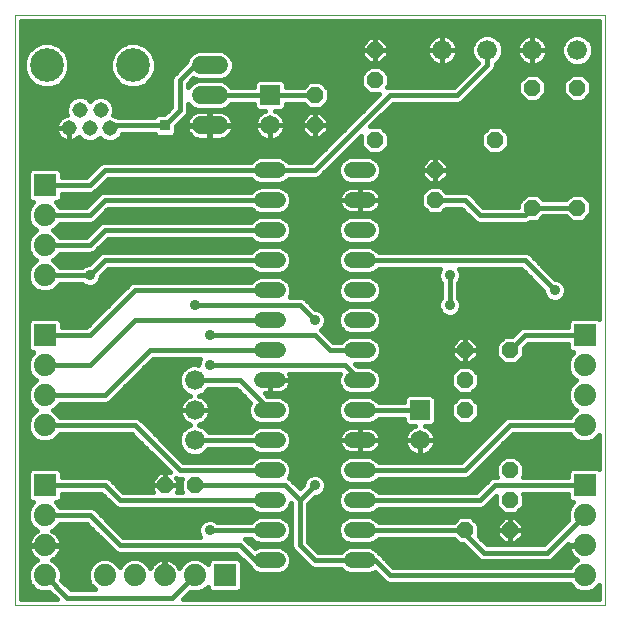
<source format=gbl>
G75*
G70*
%OFA0B0*%
%FSLAX24Y24*%
%IPPOS*%
%LPD*%
%AMOC8*
5,1,8,0,0,1.08239X$1,22.5*
%
%ADD10C,0.0000*%
%ADD11C,0.0520*%
%ADD12OC8,0.0520*%
%ADD13C,0.0660*%
%ADD14R,0.0650X0.0650*%
%ADD15C,0.0650*%
%ADD16C,0.0600*%
%ADD17C,0.0515*%
%ADD18C,0.1122*%
%ADD19R,0.0740X0.0740*%
%ADD20C,0.0740*%
%ADD21C,0.0160*%
%ADD22C,0.0356*%
%ADD23R,0.0356X0.0356*%
D10*
X000181Y000181D02*
X000181Y019866D01*
X019866Y019866D01*
X019866Y000181D01*
X000181Y000181D01*
D11*
X008421Y001681D02*
X008941Y001681D01*
X008941Y002681D02*
X008421Y002681D01*
X008421Y003681D02*
X008941Y003681D01*
X008941Y004681D02*
X008421Y004681D01*
X008421Y005681D02*
X008941Y005681D01*
X008941Y006681D02*
X008421Y006681D01*
X008421Y007681D02*
X008941Y007681D01*
X008941Y008681D02*
X008421Y008681D01*
X008421Y009681D02*
X008941Y009681D01*
X008941Y010681D02*
X008421Y010681D01*
X008421Y011681D02*
X008941Y011681D01*
X008941Y012681D02*
X008421Y012681D01*
X008421Y013681D02*
X008941Y013681D01*
X008941Y014681D02*
X008421Y014681D01*
X011421Y014681D02*
X011941Y014681D01*
X011941Y013681D02*
X011421Y013681D01*
X011421Y012681D02*
X011941Y012681D01*
X011941Y011681D02*
X011421Y011681D01*
X011421Y010681D02*
X011941Y010681D01*
X011941Y009681D02*
X011421Y009681D01*
X011421Y008681D02*
X011941Y008681D01*
X011941Y007681D02*
X011421Y007681D01*
X011421Y006681D02*
X011941Y006681D01*
X011941Y005681D02*
X011421Y005681D01*
X011421Y004681D02*
X011941Y004681D01*
X011941Y003681D02*
X011421Y003681D01*
X011421Y002681D02*
X011941Y002681D01*
X011941Y001681D02*
X011421Y001681D01*
D12*
X015181Y002681D03*
X016681Y002681D03*
X016681Y003681D03*
X016681Y004681D03*
X015181Y006681D03*
X015181Y007681D03*
X015181Y008681D03*
X016681Y008681D03*
X017431Y013431D03*
X018931Y013431D03*
X016181Y015681D03*
X017431Y017431D03*
X018931Y017431D03*
X014181Y014681D03*
X014181Y013681D03*
X012181Y015681D03*
X012181Y017681D03*
X012181Y018681D03*
X010181Y017181D03*
X010181Y016181D03*
X006181Y004181D03*
X005181Y004181D03*
D13*
X006181Y005681D03*
X006181Y006681D03*
X006181Y007681D03*
X014431Y018681D03*
X015931Y018681D03*
X017431Y018681D03*
X018931Y018681D03*
D14*
X008681Y017181D03*
X013681Y006681D03*
D15*
X013681Y005681D03*
X008681Y016181D03*
D16*
X006981Y016181D02*
X006381Y016181D01*
X006381Y017181D02*
X006981Y017181D01*
X006981Y018181D02*
X006381Y018181D01*
D17*
X003351Y016081D03*
X002681Y016081D03*
X002351Y016701D03*
X001981Y016081D03*
X003041Y016701D03*
D18*
X004118Y018181D03*
X001244Y018181D03*
D19*
X001181Y014181D03*
X001181Y009181D03*
X001181Y004181D03*
X007181Y001181D03*
X019181Y004181D03*
X019181Y009181D03*
D20*
X019181Y008181D03*
X019181Y007181D03*
X019181Y006181D03*
X019181Y003181D03*
X019181Y002181D03*
X019181Y001181D03*
X006181Y001181D03*
X005181Y001181D03*
X004181Y001181D03*
X003181Y001181D03*
X001181Y001181D03*
X001181Y002181D03*
X001181Y003181D03*
X001181Y006181D03*
X001181Y007181D03*
X001181Y008181D03*
X001181Y011181D03*
X001181Y012181D03*
X001181Y013181D03*
D21*
X002681Y013181D01*
X003181Y013681D01*
X008681Y013681D01*
X008330Y013221D02*
X009033Y013221D01*
X009202Y013291D01*
X009331Y013421D01*
X009401Y013590D01*
X009401Y013773D01*
X009331Y013942D01*
X009202Y014071D01*
X009033Y014141D01*
X008330Y014141D01*
X008161Y014071D01*
X008051Y013961D01*
X003126Y013961D01*
X003023Y013919D01*
X002944Y013840D01*
X002565Y013461D01*
X001682Y013461D01*
X001665Y013504D01*
X001557Y013611D01*
X001634Y013611D01*
X001751Y013729D01*
X001751Y013901D01*
X002626Y013901D01*
X002737Y013901D01*
X002840Y013944D01*
X003297Y014401D01*
X008051Y014401D01*
X008161Y014291D01*
X008330Y014221D01*
X009033Y014221D01*
X009202Y014291D01*
X009312Y014401D01*
X010126Y014401D01*
X010237Y014401D01*
X010340Y014444D01*
X011721Y015826D01*
X011721Y015491D01*
X011991Y015221D01*
X012372Y015221D01*
X012641Y015491D01*
X012641Y015872D01*
X012372Y016141D01*
X012037Y016141D01*
X012797Y016901D01*
X014876Y016901D01*
X014987Y016901D01*
X015090Y016944D01*
X016090Y017944D01*
X016169Y018023D01*
X016211Y018126D01*
X016211Y018224D01*
X016232Y018232D01*
X016381Y018381D01*
X016461Y018576D01*
X016461Y018787D01*
X016381Y018982D01*
X016232Y019131D01*
X016037Y019211D01*
X015826Y019211D01*
X015631Y019131D01*
X015482Y018982D01*
X015401Y018787D01*
X015401Y018576D01*
X015482Y018381D01*
X015609Y018255D01*
X014815Y017461D01*
X012737Y017461D01*
X012626Y017461D01*
X012602Y017452D01*
X012641Y017491D01*
X012641Y017872D01*
X012372Y018141D01*
X011991Y018141D01*
X011721Y017872D01*
X011721Y017491D01*
X011991Y017221D01*
X012326Y017221D01*
X010065Y014961D01*
X009312Y014961D01*
X009202Y015071D01*
X009033Y015141D01*
X008330Y015141D01*
X008161Y015071D01*
X008051Y014961D01*
X003126Y014961D01*
X003023Y014919D01*
X002944Y014840D01*
X002565Y014461D01*
X001751Y014461D01*
X001751Y014634D01*
X001634Y014751D01*
X000729Y014751D01*
X000611Y014634D01*
X000611Y013729D01*
X000729Y013611D01*
X000805Y013611D01*
X000698Y013504D01*
X000611Y013295D01*
X000611Y013068D01*
X000698Y012859D01*
X000859Y012698D01*
X000899Y012681D01*
X000859Y012665D01*
X000698Y012504D01*
X000611Y012295D01*
X000611Y012068D01*
X000698Y011859D01*
X000859Y011698D01*
X000899Y011681D01*
X000859Y011665D01*
X000698Y011504D01*
X000611Y011295D01*
X000611Y011068D01*
X000698Y010859D01*
X000859Y010698D01*
X001068Y010611D01*
X001295Y010611D01*
X001504Y010698D01*
X001665Y010859D01*
X001682Y010901D01*
X002427Y010901D01*
X002467Y010861D01*
X002606Y010803D01*
X002757Y010803D01*
X002896Y010861D01*
X003002Y010967D01*
X003059Y011106D01*
X003059Y011164D01*
X003297Y011401D01*
X008051Y011401D01*
X008161Y011291D01*
X008330Y011221D01*
X009033Y011221D01*
X009202Y011291D01*
X009331Y011421D01*
X009401Y011590D01*
X009401Y011773D01*
X009331Y011942D01*
X009202Y012071D01*
X009033Y012141D01*
X008330Y012141D01*
X008161Y012071D01*
X008051Y011961D01*
X003126Y011961D01*
X003023Y011919D01*
X002944Y011840D01*
X002664Y011559D01*
X002606Y011559D01*
X002467Y011502D01*
X002427Y011461D01*
X001682Y011461D01*
X001665Y011504D01*
X001504Y011665D01*
X001464Y011681D01*
X001504Y011698D01*
X001665Y011859D01*
X001682Y011901D01*
X002626Y011901D01*
X002737Y011901D01*
X002840Y011944D01*
X003297Y012401D01*
X008051Y012401D01*
X008161Y012291D01*
X008330Y012221D01*
X009033Y012221D01*
X009202Y012291D01*
X009331Y012421D01*
X009401Y012590D01*
X009401Y012773D01*
X009331Y012942D01*
X009202Y013071D01*
X009033Y013141D01*
X008330Y013141D01*
X008161Y013071D01*
X008051Y012961D01*
X003126Y012961D01*
X003023Y012919D01*
X002944Y012840D01*
X002565Y012461D01*
X001682Y012461D01*
X001665Y012504D01*
X001504Y012665D01*
X001464Y012681D01*
X001504Y012698D01*
X001665Y012859D01*
X001682Y012901D01*
X002626Y012901D01*
X002737Y012901D01*
X002840Y012944D01*
X003297Y013401D01*
X008051Y013401D01*
X008161Y013291D01*
X008330Y013221D01*
X008112Y013341D02*
X003236Y013341D01*
X003078Y013182D02*
X015285Y013182D01*
X015443Y013023D02*
X012250Y013023D01*
X012202Y013071D02*
X012033Y013141D01*
X011330Y013141D01*
X011161Y013071D01*
X011031Y012942D01*
X010961Y012773D01*
X010961Y012590D01*
X011031Y012421D01*
X011161Y012291D01*
X011330Y012221D01*
X012033Y012221D01*
X012202Y012291D01*
X012331Y012421D01*
X012401Y012590D01*
X012401Y012773D01*
X012331Y012942D01*
X012202Y013071D01*
X012110Y013274D02*
X012172Y013305D01*
X012228Y013346D01*
X012277Y013395D01*
X012318Y013451D01*
X012349Y013512D01*
X012371Y013578D01*
X012381Y013647D01*
X012381Y013681D01*
X011682Y013681D01*
X011682Y013682D01*
X011681Y013682D01*
X011681Y014121D01*
X011387Y014121D01*
X011318Y014111D01*
X011252Y014089D01*
X011191Y014058D01*
X011135Y014017D01*
X011086Y013968D01*
X011045Y013912D01*
X011014Y013850D01*
X010992Y013784D01*
X010981Y013716D01*
X010981Y013682D01*
X011681Y013682D01*
X011681Y013681D01*
X011682Y013681D01*
X011682Y013241D01*
X011976Y013241D01*
X012044Y013252D01*
X012110Y013274D01*
X012221Y013341D02*
X013872Y013341D01*
X013991Y013221D02*
X013721Y013491D01*
X013721Y013872D01*
X013991Y014141D01*
X014372Y014141D01*
X014552Y013961D01*
X015126Y013961D01*
X015237Y013961D01*
X015340Y013919D01*
X015797Y013461D01*
X016971Y013461D01*
X016971Y013622D01*
X017241Y013891D01*
X017622Y013891D01*
X017802Y013711D01*
X018561Y013711D01*
X018741Y013891D01*
X019122Y013891D01*
X019391Y013622D01*
X019391Y013241D01*
X019122Y012971D01*
X018741Y012971D01*
X018561Y013151D01*
X017802Y013151D01*
X017622Y012971D01*
X017367Y012971D01*
X017340Y012944D01*
X017237Y012901D01*
X017126Y012901D01*
X015626Y012901D01*
X015523Y012944D01*
X015444Y013023D01*
X015065Y013401D01*
X014552Y013401D01*
X014372Y013221D01*
X013991Y013221D01*
X013721Y013499D02*
X012342Y013499D01*
X012381Y013658D02*
X013721Y013658D01*
X013721Y013816D02*
X012360Y013816D01*
X012371Y013784D02*
X012349Y013850D01*
X012318Y013912D01*
X012277Y013968D01*
X012228Y014017D01*
X012172Y014058D01*
X012110Y014089D01*
X012044Y014111D01*
X011976Y014121D01*
X011682Y014121D01*
X011682Y013682D01*
X012381Y013682D01*
X012381Y013716D01*
X012371Y013784D01*
X012270Y013975D02*
X013824Y013975D01*
X013983Y014133D02*
X009053Y014133D01*
X009202Y014292D02*
X011161Y014292D01*
X011161Y014291D02*
X011330Y014221D01*
X012033Y014221D01*
X012202Y014291D01*
X012331Y014421D01*
X012401Y014590D01*
X012401Y014773D01*
X012331Y014942D01*
X012202Y015071D01*
X012033Y015141D01*
X011330Y015141D01*
X011161Y015071D01*
X011031Y014942D01*
X010961Y014773D01*
X010961Y014590D01*
X011031Y014421D01*
X011161Y014291D01*
X011019Y014450D02*
X010346Y014450D01*
X010505Y014609D02*
X010961Y014609D01*
X010961Y014767D02*
X010663Y014767D01*
X010822Y014926D02*
X011025Y014926D01*
X010980Y015084D02*
X011193Y015084D01*
X011139Y015243D02*
X011969Y015243D01*
X011811Y015402D02*
X011297Y015402D01*
X011456Y015560D02*
X011721Y015560D01*
X011721Y015719D02*
X011615Y015719D01*
X011140Y016036D02*
X010621Y016036D01*
X010621Y015999D02*
X010621Y016181D01*
X010182Y016181D01*
X010182Y016182D01*
X010181Y016182D01*
X010181Y016621D01*
X009999Y016621D01*
X009741Y016364D01*
X009741Y016182D01*
X010181Y016182D01*
X010181Y016181D01*
X009741Y016181D01*
X009741Y015999D01*
X009999Y015741D01*
X010181Y015741D01*
X010181Y016181D01*
X010182Y016181D01*
X010182Y015741D01*
X010364Y015741D01*
X010621Y015999D01*
X010499Y015877D02*
X010981Y015877D01*
X010823Y015719D02*
X008886Y015719D01*
X008875Y015713D02*
X008946Y015749D01*
X009010Y015796D01*
X009067Y015852D01*
X009113Y015917D01*
X009149Y015988D01*
X009174Y016063D01*
X009186Y016142D01*
X009186Y016181D01*
X008682Y016181D01*
X008682Y016182D01*
X009186Y016182D01*
X009186Y016221D01*
X009174Y016300D01*
X009149Y016375D01*
X009113Y016446D01*
X009067Y016510D01*
X009010Y016567D01*
X008946Y016613D01*
X008875Y016649D01*
X008853Y016656D01*
X009089Y016656D01*
X009206Y016774D01*
X009206Y016901D01*
X009811Y016901D01*
X009991Y016721D01*
X010372Y016721D01*
X010641Y016991D01*
X010641Y017372D01*
X010372Y017641D01*
X009991Y017641D01*
X009811Y017461D01*
X009206Y017461D01*
X009206Y017589D01*
X009089Y017706D01*
X008274Y017706D01*
X008156Y017589D01*
X008156Y017461D01*
X007407Y017461D01*
X007405Y017465D01*
X007265Y017605D01*
X007081Y017681D01*
X006282Y017681D01*
X006098Y017605D01*
X005961Y017468D01*
X005961Y017565D01*
X006137Y017741D01*
X006282Y017681D01*
X007081Y017681D01*
X007265Y017758D01*
X007405Y017898D01*
X007481Y018082D01*
X007481Y018281D01*
X007405Y018465D01*
X007265Y018605D01*
X007081Y018681D01*
X006282Y018681D01*
X006098Y018605D01*
X005958Y018465D01*
X005881Y018281D01*
X005881Y018277D01*
X005523Y017919D01*
X005444Y017840D01*
X005401Y017737D01*
X005401Y016797D01*
X005164Y016559D01*
X004920Y016559D01*
X004822Y016461D01*
X003618Y016461D01*
X003611Y016469D01*
X003465Y016529D01*
X003499Y016610D01*
X003499Y016792D01*
X003429Y016961D01*
X003301Y017089D01*
X003132Y017159D01*
X002950Y017159D01*
X002782Y017089D01*
X002696Y017003D01*
X002611Y017089D01*
X002442Y017159D01*
X002260Y017159D01*
X002092Y017089D01*
X001964Y016961D01*
X001894Y016792D01*
X001894Y016610D01*
X001933Y016517D01*
X001879Y016508D01*
X001813Y016487D01*
X001752Y016456D01*
X001696Y016415D01*
X001648Y016366D01*
X001607Y016311D01*
X001576Y016249D01*
X001555Y016184D01*
X001544Y016116D01*
X001544Y016082D01*
X001981Y016082D01*
X001981Y016081D01*
X001982Y016081D01*
X001982Y015644D01*
X002016Y015644D01*
X002084Y015655D01*
X002149Y015676D01*
X002211Y015707D01*
X002266Y015748D01*
X002315Y015796D01*
X002317Y015799D01*
X002422Y015694D01*
X002590Y015624D01*
X002772Y015624D01*
X002941Y015694D01*
X003016Y015769D01*
X003092Y015694D01*
X003260Y015624D01*
X003442Y015624D01*
X003611Y015694D01*
X003739Y015822D01*
X003772Y015901D01*
X004822Y015901D01*
X004920Y015803D01*
X005442Y015803D01*
X005559Y015920D01*
X005559Y016164D01*
X005919Y016523D01*
X005961Y016626D01*
X005961Y016737D01*
X005961Y016894D01*
X006098Y016758D01*
X006282Y016681D01*
X007081Y016681D01*
X007265Y016758D01*
X007405Y016898D01*
X007407Y016901D01*
X008156Y016901D01*
X008156Y016774D01*
X008274Y016656D01*
X008509Y016656D01*
X008488Y016649D01*
X008417Y016613D01*
X008352Y016567D01*
X008296Y016510D01*
X008249Y016446D01*
X008213Y016375D01*
X008189Y016300D01*
X008176Y016221D01*
X008176Y016182D01*
X008681Y016182D01*
X008681Y016181D01*
X008682Y016181D01*
X008682Y015676D01*
X008721Y015676D01*
X008800Y015689D01*
X008875Y015713D01*
X008682Y015719D02*
X008681Y015719D01*
X008681Y015676D02*
X008681Y016181D01*
X008176Y016181D01*
X008176Y016142D01*
X008189Y016063D01*
X008213Y015988D01*
X008249Y015917D01*
X008296Y015852D01*
X008352Y015796D01*
X008417Y015749D01*
X008488Y015713D01*
X008563Y015689D01*
X008642Y015676D01*
X008681Y015676D01*
X008681Y015877D02*
X008682Y015877D01*
X008681Y016036D02*
X008682Y016036D01*
X008477Y015719D02*
X007111Y015719D01*
X007094Y015713D02*
X007166Y015737D01*
X007233Y015771D01*
X007294Y015815D01*
X007348Y015869D01*
X007392Y015930D01*
X007426Y015997D01*
X007450Y016069D01*
X007461Y016144D01*
X007461Y016161D01*
X006702Y016161D01*
X006702Y016201D01*
X007461Y016201D01*
X007461Y016219D01*
X007450Y016294D01*
X007426Y016366D01*
X007392Y016433D01*
X007348Y016494D01*
X007294Y016548D01*
X007233Y016592D01*
X007166Y016626D01*
X007094Y016650D01*
X007019Y016661D01*
X006701Y016661D01*
X006701Y016202D01*
X006661Y016202D01*
X006661Y016661D01*
X006344Y016661D01*
X006269Y016650D01*
X006197Y016626D01*
X006130Y016592D01*
X006069Y016548D01*
X006015Y016494D01*
X005971Y016433D01*
X005937Y016366D01*
X005913Y016294D01*
X005901Y016219D01*
X005901Y016201D01*
X006661Y016201D01*
X006661Y016161D01*
X006701Y016161D01*
X006701Y015701D01*
X007019Y015701D01*
X007094Y015713D01*
X007354Y015877D02*
X008278Y015877D01*
X008198Y016036D02*
X007439Y016036D01*
X007430Y016353D02*
X008206Y016353D01*
X008176Y016194D02*
X006702Y016194D01*
X006661Y016194D02*
X005590Y016194D01*
X005559Y016036D02*
X005924Y016036D01*
X005913Y016069D02*
X005937Y015997D01*
X005971Y015930D01*
X006015Y015869D01*
X006069Y015815D01*
X006130Y015771D01*
X006197Y015737D01*
X006269Y015713D01*
X006344Y015701D01*
X006661Y015701D01*
X006661Y016161D01*
X005901Y016161D01*
X005901Y016144D01*
X005913Y016069D01*
X006009Y015877D02*
X005516Y015877D01*
X005181Y016181D02*
X003451Y016181D01*
X003351Y016081D01*
X003509Y016511D02*
X004872Y016511D01*
X005181Y016181D02*
X005681Y016681D01*
X005681Y017681D01*
X006181Y018181D01*
X006681Y018181D01*
X007287Y017780D02*
X011721Y017780D01*
X011721Y017621D02*
X010392Y017621D01*
X010551Y017463D02*
X011750Y017463D01*
X011908Y017304D02*
X010641Y017304D01*
X010641Y017146D02*
X012250Y017146D01*
X012091Y016987D02*
X010638Y016987D01*
X010479Y016828D02*
X011933Y016828D01*
X011774Y016670D02*
X009103Y016670D01*
X009066Y016511D02*
X009889Y016511D01*
X009741Y016353D02*
X009157Y016353D01*
X009186Y016194D02*
X009741Y016194D01*
X009741Y016036D02*
X009165Y016036D01*
X009085Y015877D02*
X009863Y015877D01*
X010181Y015877D02*
X010182Y015877D01*
X010181Y016036D02*
X010182Y016036D01*
X010182Y016182D02*
X010621Y016182D01*
X010621Y016364D01*
X010364Y016621D01*
X010182Y016621D01*
X010182Y016182D01*
X010181Y016194D02*
X010182Y016194D01*
X010181Y016353D02*
X010182Y016353D01*
X010181Y016511D02*
X010182Y016511D01*
X010474Y016511D02*
X011615Y016511D01*
X011457Y016353D02*
X010621Y016353D01*
X010621Y016194D02*
X011298Y016194D01*
X012090Y016194D02*
X019666Y016194D01*
X019666Y016036D02*
X016478Y016036D01*
X016372Y016141D02*
X016641Y015872D01*
X016641Y015491D01*
X016372Y015221D01*
X015991Y015221D01*
X015721Y015491D01*
X015721Y015872D01*
X015991Y016141D01*
X016372Y016141D01*
X016636Y015877D02*
X019666Y015877D01*
X019666Y015719D02*
X016641Y015719D01*
X016641Y015560D02*
X019666Y015560D01*
X019666Y015402D02*
X016552Y015402D01*
X016394Y015243D02*
X019666Y015243D01*
X019666Y015084D02*
X014401Y015084D01*
X014364Y015121D02*
X014621Y014864D01*
X014621Y014682D01*
X014182Y014682D01*
X014181Y014682D01*
X014181Y015121D01*
X013999Y015121D01*
X013741Y014864D01*
X013741Y014682D01*
X014181Y014682D01*
X014181Y014681D01*
X013741Y014681D01*
X013741Y014499D01*
X013999Y014241D01*
X014181Y014241D01*
X014181Y014681D01*
X014182Y014681D01*
X014182Y014682D01*
X014182Y015121D01*
X014364Y015121D01*
X014182Y015084D02*
X014181Y015084D01*
X014181Y014926D02*
X014182Y014926D01*
X014181Y014767D02*
X014182Y014767D01*
X014182Y014681D02*
X014621Y014681D01*
X014621Y014499D01*
X014364Y014241D01*
X014182Y014241D01*
X014182Y014681D01*
X014181Y014609D02*
X014182Y014609D01*
X014181Y014450D02*
X014182Y014450D01*
X014181Y014292D02*
X014182Y014292D01*
X014414Y014292D02*
X019666Y014292D01*
X019666Y014450D02*
X014573Y014450D01*
X014621Y014609D02*
X019666Y014609D01*
X019666Y014767D02*
X014621Y014767D01*
X014559Y014926D02*
X019666Y014926D01*
X019666Y014133D02*
X014380Y014133D01*
X014539Y013975D02*
X019666Y013975D01*
X019666Y013816D02*
X019197Y013816D01*
X019356Y013658D02*
X019666Y013658D01*
X019666Y013499D02*
X019391Y013499D01*
X019391Y013341D02*
X019666Y013341D01*
X019666Y013182D02*
X019332Y013182D01*
X019174Y013023D02*
X019666Y013023D01*
X019666Y012865D02*
X012363Y012865D01*
X012401Y012706D02*
X019666Y012706D01*
X019666Y012548D02*
X012384Y012548D01*
X012300Y012389D02*
X019666Y012389D01*
X019666Y012231D02*
X012055Y012231D01*
X012033Y012141D02*
X011330Y012141D01*
X011161Y012071D01*
X011031Y011942D01*
X010961Y011773D01*
X010961Y011590D01*
X011031Y011421D01*
X011161Y011291D01*
X011330Y011221D01*
X012033Y011221D01*
X012202Y011291D01*
X012312Y011401D01*
X014367Y011401D01*
X014361Y011396D01*
X014303Y011257D01*
X014303Y011106D01*
X014361Y010967D01*
X014401Y010927D01*
X014401Y010436D01*
X014361Y010396D01*
X014303Y010257D01*
X014303Y010106D01*
X014361Y009967D01*
X014467Y009861D01*
X014606Y009803D01*
X014757Y009803D01*
X014896Y009861D01*
X015002Y009967D01*
X015059Y010106D01*
X015059Y010257D01*
X015002Y010396D01*
X014961Y010436D01*
X014961Y010927D01*
X015002Y010967D01*
X015059Y011106D01*
X015059Y011257D01*
X015002Y011396D01*
X014996Y011401D01*
X017065Y011401D01*
X017803Y010664D01*
X017803Y010606D01*
X017861Y010467D01*
X017967Y010361D01*
X018106Y010303D01*
X018257Y010303D01*
X018396Y010361D01*
X018502Y010467D01*
X018559Y010606D01*
X018559Y010757D01*
X018502Y010896D01*
X018396Y011002D01*
X018257Y011059D01*
X018199Y011059D01*
X017340Y011919D01*
X017237Y011961D01*
X017126Y011961D01*
X012312Y011961D01*
X012202Y012071D01*
X012033Y012141D01*
X012200Y012072D02*
X019666Y012072D01*
X019666Y011914D02*
X017345Y011914D01*
X017504Y011755D02*
X019666Y011755D01*
X019666Y011597D02*
X017662Y011597D01*
X017821Y011438D02*
X019666Y011438D01*
X019666Y011279D02*
X017979Y011279D01*
X018138Y011121D02*
X019666Y011121D01*
X019666Y010962D02*
X018435Y010962D01*
X018540Y010804D02*
X019666Y010804D01*
X019666Y010645D02*
X018559Y010645D01*
X018510Y010487D02*
X019666Y010487D01*
X019666Y010328D02*
X018317Y010328D01*
X018046Y010328D02*
X015030Y010328D01*
X015059Y010170D02*
X019666Y010170D01*
X019666Y010011D02*
X015020Y010011D01*
X014876Y009853D02*
X019666Y009853D01*
X019634Y009751D02*
X018729Y009751D01*
X018611Y009634D01*
X018611Y009461D01*
X017126Y009461D01*
X017023Y009419D01*
X016944Y009340D01*
X016745Y009141D01*
X016491Y009141D01*
X016221Y008872D01*
X016221Y008491D01*
X016491Y008221D01*
X016872Y008221D01*
X017141Y008491D01*
X017141Y008745D01*
X017297Y008901D01*
X018611Y008901D01*
X018611Y008729D01*
X018729Y008611D01*
X018805Y008611D01*
X018698Y008504D01*
X018611Y008295D01*
X018611Y008068D01*
X018698Y007859D01*
X018859Y007698D01*
X018899Y007681D01*
X018859Y007665D01*
X018698Y007504D01*
X018611Y007295D01*
X018611Y007068D01*
X018698Y006859D01*
X018859Y006698D01*
X018899Y006681D01*
X018859Y006665D01*
X018698Y006504D01*
X018680Y006461D01*
X016626Y006461D01*
X016523Y006419D01*
X016444Y006340D01*
X015065Y004961D01*
X012312Y004961D01*
X012202Y005071D01*
X012033Y005141D01*
X011330Y005141D01*
X011161Y005071D01*
X011031Y004942D01*
X010961Y004773D01*
X010961Y004590D01*
X011031Y004421D01*
X011161Y004291D01*
X011330Y004221D01*
X012033Y004221D01*
X012202Y004291D01*
X012312Y004401D01*
X015126Y004401D01*
X015237Y004401D01*
X015340Y004444D01*
X016797Y005901D01*
X018680Y005901D01*
X018698Y005859D01*
X018859Y005698D01*
X019068Y005611D01*
X019295Y005611D01*
X019504Y005698D01*
X019665Y005859D01*
X019666Y005863D01*
X019666Y004719D01*
X019634Y004751D01*
X018729Y004751D01*
X018611Y004634D01*
X018611Y004461D01*
X017112Y004461D01*
X017141Y004491D01*
X017141Y004872D01*
X016872Y005141D01*
X016491Y005141D01*
X016221Y004872D01*
X016221Y004491D01*
X016251Y004461D01*
X016126Y004461D01*
X016023Y004419D01*
X015944Y004340D01*
X015565Y003961D01*
X012312Y003961D01*
X012202Y004071D01*
X012033Y004141D01*
X011330Y004141D01*
X011161Y004071D01*
X011031Y003942D01*
X010961Y003773D01*
X010961Y003590D01*
X011031Y003421D01*
X011161Y003291D01*
X011330Y003221D01*
X012033Y003221D01*
X012202Y003291D01*
X012312Y003401D01*
X015626Y003401D01*
X015737Y003401D01*
X015840Y003444D01*
X016221Y003826D01*
X016221Y003491D01*
X016491Y003221D01*
X016872Y003221D01*
X017141Y003491D01*
X017141Y003872D01*
X017112Y003901D01*
X018611Y003901D01*
X018611Y003729D01*
X018729Y003611D01*
X018805Y003611D01*
X018698Y003504D01*
X018611Y003295D01*
X018611Y003068D01*
X018629Y003025D01*
X017815Y002211D01*
X015922Y002211D01*
X015641Y002492D01*
X015641Y002872D01*
X015372Y003141D01*
X014991Y003141D01*
X014811Y002961D01*
X012312Y002961D01*
X012202Y003071D01*
X012033Y003141D01*
X011330Y003141D01*
X011161Y003071D01*
X011031Y002942D01*
X010961Y002773D01*
X010961Y002590D01*
X011031Y002421D01*
X011161Y002291D01*
X011330Y002221D01*
X012033Y002221D01*
X012202Y002291D01*
X012312Y002401D01*
X014811Y002401D01*
X012312Y002401D01*
X012084Y002242D02*
X014970Y002242D01*
X014991Y002221D02*
X014811Y002401D01*
X014991Y002221D02*
X015120Y002221D01*
X015569Y001773D01*
X015648Y001694D01*
X015751Y001651D01*
X017876Y001651D01*
X017987Y001651D01*
X018090Y001694D01*
X018633Y002238D01*
X018631Y002225D01*
X018631Y002201D01*
X019161Y002201D01*
X019161Y002161D01*
X018631Y002161D01*
X018631Y002138D01*
X018645Y002053D01*
X018672Y001970D01*
X018711Y001893D01*
X018762Y001823D01*
X018823Y001762D01*
X018893Y001711D01*
X018928Y001693D01*
X018859Y001665D01*
X018698Y001504D01*
X018680Y001461D01*
X012797Y001461D01*
X012342Y001917D01*
X012331Y001942D01*
X012202Y002071D01*
X012033Y002141D01*
X011330Y002141D01*
X011161Y002071D01*
X011051Y001961D01*
X010297Y001961D01*
X009961Y002297D01*
X009961Y003565D01*
X010199Y003803D01*
X010257Y003803D01*
X010396Y003861D01*
X010502Y003967D01*
X010559Y004106D01*
X010559Y004257D01*
X010502Y004396D01*
X010396Y004502D01*
X010257Y004559D01*
X010106Y004559D01*
X009967Y004502D01*
X009861Y004396D01*
X009803Y004257D01*
X009803Y004199D01*
X009681Y004077D01*
X009419Y004340D01*
X009340Y004419D01*
X009332Y004422D01*
X009401Y004590D01*
X009401Y004773D01*
X009331Y004942D01*
X009202Y005071D01*
X009033Y005141D01*
X008330Y005141D01*
X008161Y005071D01*
X008051Y004961D01*
X005797Y004961D01*
X004340Y006419D01*
X004237Y006461D01*
X004126Y006461D01*
X001682Y006461D01*
X001665Y006504D01*
X001504Y006665D01*
X001464Y006681D01*
X001504Y006698D01*
X001665Y006859D01*
X001682Y006901D01*
X003126Y006901D01*
X003237Y006901D01*
X003340Y006944D01*
X004797Y008401D01*
X006367Y008401D01*
X006361Y008396D01*
X006303Y008257D01*
X006303Y008205D01*
X006287Y008211D01*
X006076Y008211D01*
X005881Y008131D01*
X005732Y007982D01*
X005651Y007787D01*
X005651Y007576D01*
X005732Y007381D01*
X005881Y007232D01*
X006033Y007169D01*
X005986Y007154D01*
X005914Y007118D01*
X005849Y007070D01*
X005792Y007014D01*
X005745Y006949D01*
X005709Y006877D01*
X005684Y006801D01*
X005671Y006722D01*
X005671Y006682D01*
X001464Y006682D01*
X001646Y006523D02*
X005697Y006523D01*
X005709Y006486D02*
X005745Y006414D01*
X005792Y006349D01*
X005849Y006292D01*
X005914Y006245D01*
X005986Y006209D01*
X006033Y006193D01*
X005881Y006131D01*
X005732Y005982D01*
X005651Y005787D01*
X005651Y005576D01*
X005732Y005381D01*
X005881Y005232D01*
X006076Y005151D01*
X006287Y005151D01*
X006482Y005232D01*
X006631Y005381D01*
X006639Y005401D01*
X008051Y005401D01*
X008161Y005291D01*
X008330Y005221D01*
X009033Y005221D01*
X009202Y005291D01*
X009331Y005421D01*
X009401Y005590D01*
X009401Y005773D01*
X009331Y005942D01*
X009202Y006071D01*
X009033Y006141D01*
X008330Y006141D01*
X008161Y006071D01*
X008051Y005961D01*
X006639Y005961D01*
X006631Y005982D01*
X006482Y006131D01*
X006330Y006193D01*
X006377Y006209D01*
X006449Y006245D01*
X006514Y006292D01*
X006570Y006349D01*
X006618Y006414D01*
X006654Y006486D01*
X006679Y006562D01*
X006691Y006641D01*
X006691Y006681D01*
X006182Y006681D01*
X006182Y006682D01*
X006691Y006682D01*
X007961Y006682D01*
X007961Y006773D02*
X007961Y006590D01*
X008031Y006421D01*
X008161Y006291D01*
X008330Y006221D01*
X009033Y006221D01*
X009202Y006291D01*
X009331Y006421D01*
X009401Y006590D01*
X009401Y006773D01*
X009331Y006942D01*
X009202Y007071D01*
X009033Y007141D01*
X008617Y007141D01*
X008517Y007241D01*
X008681Y007241D01*
X008681Y007681D01*
X008682Y007681D01*
X008682Y007682D01*
X009381Y007682D01*
X009381Y007716D01*
X009371Y007784D01*
X009349Y007850D01*
X009323Y007901D01*
X011015Y007901D01*
X010961Y007773D01*
X010961Y007590D01*
X011031Y007421D01*
X011161Y007291D01*
X011330Y007221D01*
X012033Y007221D01*
X012202Y007291D01*
X012331Y007421D01*
X012401Y007590D01*
X012401Y007773D01*
X012331Y007942D01*
X012202Y008071D01*
X012033Y008141D01*
X011617Y008141D01*
X011537Y008221D01*
X012033Y008221D01*
X012202Y008291D01*
X012331Y008421D01*
X012401Y008590D01*
X012401Y008773D01*
X012331Y008942D01*
X012202Y009071D01*
X012033Y009141D01*
X011330Y009141D01*
X011161Y009071D01*
X011051Y008961D01*
X010797Y008961D01*
X010397Y009362D01*
X010502Y009467D01*
X010559Y009606D01*
X010559Y009757D01*
X010502Y009896D01*
X010396Y010002D01*
X010257Y010059D01*
X010199Y010059D01*
X009919Y010340D01*
X009840Y010419D01*
X009737Y010461D01*
X009348Y010461D01*
X009401Y010590D01*
X009401Y010773D01*
X009331Y010942D01*
X009202Y011071D01*
X009033Y011141D01*
X008330Y011141D01*
X008161Y011071D01*
X008051Y010961D01*
X004126Y010961D01*
X004023Y010919D01*
X003944Y010840D01*
X002565Y009461D01*
X001751Y009461D01*
X001751Y009634D01*
X001634Y009751D01*
X000729Y009751D01*
X000611Y009634D01*
X000611Y008729D01*
X000729Y008611D01*
X000805Y008611D01*
X000698Y008504D01*
X000611Y008295D01*
X000611Y008068D01*
X000698Y007859D01*
X000859Y007698D01*
X000899Y007681D01*
X000859Y007665D01*
X000698Y007504D01*
X000611Y007295D01*
X000611Y007068D01*
X000698Y006859D01*
X000859Y006698D01*
X000899Y006681D01*
X000859Y006665D01*
X000698Y006504D01*
X000611Y006295D01*
X000611Y006068D01*
X000698Y005859D01*
X000859Y005698D01*
X001068Y005611D01*
X001295Y005611D01*
X001504Y005698D01*
X001665Y005859D01*
X001682Y005901D01*
X004065Y005901D01*
X005346Y004621D01*
X005182Y004621D01*
X005181Y004621D01*
X004999Y004621D01*
X004741Y004364D01*
X004741Y004182D01*
X005181Y004182D01*
X005181Y004621D01*
X005182Y004621D02*
X005182Y004182D01*
X005181Y004182D01*
X005181Y004181D01*
X004741Y004181D01*
X004741Y003999D01*
X004779Y003961D01*
X003797Y003961D01*
X003340Y004419D01*
X003237Y004461D01*
X003126Y004461D01*
X001751Y004461D01*
X001751Y004634D01*
X001634Y004751D01*
X000729Y004751D01*
X000611Y004634D01*
X000611Y003729D01*
X000729Y003611D01*
X000805Y003611D01*
X000698Y003504D01*
X000611Y003295D01*
X000611Y003068D01*
X000698Y002859D01*
X000859Y002698D01*
X000928Y002669D01*
X000893Y002652D01*
X000823Y002601D01*
X000762Y002540D01*
X000711Y002470D01*
X000672Y002393D01*
X000645Y002310D01*
X000631Y002225D01*
X000631Y002201D01*
X001161Y002201D01*
X001161Y002161D01*
X000631Y002161D01*
X000631Y002138D01*
X000645Y002053D01*
X000672Y001970D01*
X000711Y001893D01*
X000762Y001823D01*
X000823Y001762D01*
X000893Y001711D01*
X000928Y001693D01*
X000859Y001665D01*
X000698Y001504D01*
X000611Y001295D01*
X000611Y001068D01*
X000698Y000859D01*
X000859Y000698D01*
X001068Y000611D01*
X001295Y000611D01*
X001338Y000629D01*
X001586Y000381D01*
X000381Y000381D01*
X000381Y019666D01*
X019666Y019666D01*
X019666Y009719D01*
X019634Y009751D01*
X019181Y009181D02*
X017181Y009181D01*
X016681Y008681D01*
X016221Y008743D02*
X015621Y008743D01*
X015621Y008682D02*
X015621Y008864D01*
X015364Y009121D01*
X015182Y009121D01*
X015182Y008682D01*
X015181Y008682D01*
X015181Y009121D01*
X014999Y009121D01*
X014741Y008864D01*
X014741Y008682D01*
X015181Y008682D01*
X015181Y008681D01*
X014741Y008681D01*
X014741Y008499D01*
X014999Y008241D01*
X015181Y008241D01*
X015181Y008681D01*
X015182Y008681D01*
X015182Y008682D01*
X015621Y008682D01*
X015621Y008681D02*
X015182Y008681D01*
X015182Y008241D01*
X015364Y008241D01*
X015621Y008499D01*
X015621Y008681D01*
X015621Y008584D02*
X016221Y008584D01*
X016287Y008426D02*
X015548Y008426D01*
X015389Y008267D02*
X016445Y008267D01*
X016918Y008267D02*
X018611Y008267D01*
X018611Y008109D02*
X015405Y008109D01*
X015372Y008141D02*
X015641Y007872D01*
X015641Y007491D01*
X015372Y007221D01*
X014991Y007221D01*
X014721Y007491D01*
X014721Y007872D01*
X014991Y008141D01*
X015372Y008141D01*
X015182Y008267D02*
X015181Y008267D01*
X015181Y008426D02*
X015182Y008426D01*
X015181Y008584D02*
X015182Y008584D01*
X015181Y008743D02*
X015182Y008743D01*
X015181Y008901D02*
X015182Y008901D01*
X015181Y009060D02*
X015182Y009060D01*
X015425Y009060D02*
X016409Y009060D01*
X016251Y008901D02*
X015584Y008901D01*
X014938Y009060D02*
X012213Y009060D01*
X012348Y008901D02*
X014779Y008901D01*
X014741Y008743D02*
X012401Y008743D01*
X012399Y008584D02*
X014741Y008584D01*
X014815Y008426D02*
X012333Y008426D01*
X012143Y008267D02*
X014973Y008267D01*
X014958Y008109D02*
X012112Y008109D01*
X012323Y007950D02*
X014800Y007950D01*
X014721Y007791D02*
X012394Y007791D01*
X012401Y007633D02*
X014721Y007633D01*
X014738Y007474D02*
X012354Y007474D01*
X012226Y007316D02*
X014896Y007316D01*
X014991Y007141D02*
X014721Y006872D01*
X014721Y006491D01*
X014991Y006221D01*
X015372Y006221D01*
X015641Y006491D01*
X015641Y006872D01*
X015372Y007141D01*
X014991Y007141D01*
X014848Y006999D02*
X014206Y006999D01*
X014206Y007089D02*
X014089Y007206D01*
X013274Y007206D01*
X013156Y007089D01*
X013156Y006961D01*
X012312Y006961D01*
X012202Y007071D01*
X012033Y007141D01*
X011330Y007141D01*
X011161Y007071D01*
X011031Y006942D01*
X010961Y006773D01*
X010961Y006590D01*
X011031Y006421D01*
X011161Y006291D01*
X011330Y006221D01*
X012033Y006221D01*
X012202Y006291D01*
X012312Y006401D01*
X013156Y006401D01*
X013156Y006274D01*
X013274Y006156D01*
X013509Y006156D01*
X013488Y006149D01*
X013417Y006113D01*
X013352Y006067D01*
X013296Y006010D01*
X013249Y005946D01*
X013213Y005875D01*
X013189Y005800D01*
X013176Y005721D01*
X013176Y005682D01*
X013681Y005682D01*
X013681Y005681D01*
X013682Y005681D01*
X013682Y005682D01*
X014186Y005682D01*
X014186Y005721D01*
X014174Y005800D01*
X014149Y005875D01*
X014113Y005946D01*
X014067Y006010D01*
X014010Y006067D01*
X013946Y006113D01*
X013875Y006149D01*
X013853Y006156D01*
X014089Y006156D01*
X014206Y006274D01*
X014206Y007089D01*
X014138Y007157D02*
X018611Y007157D01*
X018620Y007316D02*
X015466Y007316D01*
X015625Y007474D02*
X018686Y007474D01*
X018827Y007633D02*
X015641Y007633D01*
X015641Y007791D02*
X018765Y007791D01*
X018660Y007950D02*
X015563Y007950D01*
X015515Y006999D02*
X018640Y006999D01*
X018716Y006840D02*
X015641Y006840D01*
X015641Y006682D02*
X018898Y006682D01*
X018717Y006523D02*
X015641Y006523D01*
X015515Y006365D02*
X016469Y006365D01*
X016310Y006206D02*
X014139Y006206D01*
X014206Y006365D02*
X014848Y006365D01*
X014721Y006523D02*
X014206Y006523D01*
X014206Y006682D02*
X014721Y006682D01*
X014721Y006840D02*
X014206Y006840D01*
X013681Y006681D02*
X011681Y006681D01*
X011681Y006121D02*
X011387Y006121D01*
X011318Y006111D01*
X011252Y006089D01*
X011191Y006058D01*
X011135Y006017D01*
X011086Y005968D01*
X011045Y005912D01*
X011014Y005850D01*
X010992Y005784D01*
X010981Y005716D01*
X010981Y005682D01*
X011681Y005682D01*
X011681Y006121D01*
X011682Y006121D02*
X011682Y005682D01*
X011681Y005682D01*
X011681Y005681D01*
X011682Y005681D01*
X011682Y005682D01*
X012381Y005682D01*
X012381Y005716D01*
X012371Y005784D01*
X012349Y005850D01*
X012318Y005912D01*
X012277Y005968D01*
X012228Y006017D01*
X012172Y006058D01*
X012110Y006089D01*
X012044Y006111D01*
X011976Y006121D01*
X011682Y006121D01*
X011681Y006048D02*
X011682Y006048D01*
X011681Y005889D02*
X011682Y005889D01*
X011681Y005730D02*
X011682Y005730D01*
X011681Y005681D02*
X010981Y005681D01*
X010981Y005647D01*
X010992Y005578D01*
X011014Y005512D01*
X011045Y005451D01*
X011086Y005395D01*
X011135Y005346D01*
X011191Y005305D01*
X011252Y005274D01*
X011318Y005252D01*
X011387Y005241D01*
X011681Y005241D01*
X011681Y005681D01*
X011682Y005681D02*
X011682Y005241D01*
X011976Y005241D01*
X012044Y005252D01*
X012110Y005274D01*
X012172Y005305D01*
X012228Y005346D01*
X012277Y005395D01*
X012318Y005451D01*
X012349Y005512D01*
X012371Y005578D01*
X012381Y005647D01*
X012381Y005681D01*
X011682Y005681D01*
X011681Y005572D02*
X011682Y005572D01*
X011681Y005413D02*
X011682Y005413D01*
X011681Y005255D02*
X011682Y005255D01*
X012052Y005255D02*
X013409Y005255D01*
X013417Y005249D02*
X013488Y005213D01*
X013563Y005189D01*
X013642Y005176D01*
X013681Y005176D01*
X013681Y005681D01*
X013176Y005681D01*
X013176Y005642D01*
X013189Y005563D01*
X013213Y005488D01*
X013249Y005417D01*
X013296Y005352D01*
X013352Y005296D01*
X013417Y005249D01*
X013252Y005413D02*
X012290Y005413D01*
X012368Y005572D02*
X013187Y005572D01*
X013178Y005730D02*
X012379Y005730D01*
X012329Y005889D02*
X013220Y005889D01*
X013333Y006048D02*
X012186Y006048D01*
X012275Y006365D02*
X013156Y006365D01*
X013224Y006206D02*
X006369Y006206D01*
X006565Y006048D02*
X008137Y006048D01*
X008088Y006365D02*
X006582Y006365D01*
X006666Y006523D02*
X007989Y006523D01*
X007961Y006773D02*
X008030Y006937D01*
X007565Y007401D01*
X006639Y007401D01*
X006631Y007381D01*
X006482Y007232D01*
X006330Y007169D01*
X006377Y007154D01*
X006449Y007118D01*
X006514Y007070D01*
X006570Y007014D01*
X006618Y006949D01*
X006654Y006877D01*
X006679Y006801D01*
X006691Y006722D01*
X006691Y006682D01*
X006666Y006840D02*
X007989Y006840D01*
X007968Y006999D02*
X006581Y006999D01*
X006367Y007157D02*
X007810Y007157D01*
X007651Y007316D02*
X006565Y007316D01*
X006181Y007681D02*
X007681Y007681D01*
X008681Y006681D01*
X008601Y007157D02*
X013224Y007157D01*
X013156Y006999D02*
X012275Y006999D01*
X011681Y007681D02*
X011181Y008181D01*
X006681Y008181D01*
X006308Y008267D02*
X004663Y008267D01*
X004505Y008109D02*
X005859Y008109D01*
X005719Y007950D02*
X004346Y007950D01*
X004187Y007791D02*
X005653Y007791D01*
X005651Y007633D02*
X004029Y007633D01*
X003870Y007474D02*
X005693Y007474D01*
X005797Y007316D02*
X003712Y007316D01*
X003553Y007157D02*
X005996Y007157D01*
X005782Y006999D02*
X003395Y006999D01*
X003181Y007181D02*
X004681Y008681D01*
X008681Y008681D01*
X009368Y007791D02*
X010969Y007791D01*
X010961Y007633D02*
X009379Y007633D01*
X009381Y007647D02*
X009381Y007681D01*
X008682Y007681D01*
X008682Y007241D01*
X008976Y007241D01*
X009044Y007252D01*
X009110Y007274D01*
X009172Y007305D01*
X009228Y007346D01*
X009277Y007395D01*
X009318Y007451D01*
X009349Y007512D01*
X009371Y007578D01*
X009381Y007647D01*
X009330Y007474D02*
X011009Y007474D01*
X011136Y007316D02*
X009187Y007316D01*
X009275Y006999D02*
X011088Y006999D01*
X010989Y006840D02*
X009374Y006840D01*
X009401Y006682D02*
X010961Y006682D01*
X010989Y006523D02*
X009374Y006523D01*
X009275Y006365D02*
X011088Y006365D01*
X011177Y006048D02*
X009226Y006048D01*
X009353Y005889D02*
X011033Y005889D01*
X010984Y005730D02*
X009401Y005730D01*
X009394Y005572D02*
X010994Y005572D01*
X011072Y005413D02*
X009324Y005413D01*
X009113Y005255D02*
X011310Y005255D01*
X011221Y005096D02*
X009142Y005096D01*
X009333Y004938D02*
X011030Y004938D01*
X010964Y004779D02*
X009399Y004779D01*
X009401Y004621D02*
X010961Y004621D01*
X011014Y004462D02*
X010435Y004462D01*
X010540Y004304D02*
X011149Y004304D01*
X011076Y003986D02*
X010510Y003986D01*
X010559Y004145D02*
X015749Y004145D01*
X015591Y003986D02*
X012287Y003986D01*
X012214Y004304D02*
X015908Y004304D01*
X016181Y004181D02*
X019181Y004181D01*
X018611Y004462D02*
X017113Y004462D01*
X017141Y004621D02*
X018611Y004621D01*
X018611Y003828D02*
X017141Y003828D01*
X017141Y003669D02*
X018671Y003669D01*
X018705Y003511D02*
X017141Y003511D01*
X017003Y003352D02*
X018635Y003352D01*
X018611Y003194D02*
X009961Y003194D01*
X009961Y003352D02*
X011100Y003352D01*
X010994Y003511D02*
X009961Y003511D01*
X010065Y003669D02*
X010961Y003669D01*
X010984Y003828D02*
X010316Y003828D01*
X010181Y004181D02*
X009681Y003681D01*
X009181Y004181D01*
X006181Y004181D01*
X005721Y004145D02*
X005621Y004145D01*
X005621Y004181D02*
X005182Y004181D01*
X005182Y004182D01*
X005621Y004182D01*
X005621Y004364D01*
X005554Y004431D01*
X005626Y004401D01*
X005751Y004401D01*
X005721Y004372D01*
X005721Y003991D01*
X005751Y003961D01*
X005584Y003961D01*
X005621Y003999D01*
X005621Y004181D01*
X005621Y004304D02*
X005721Y004304D01*
X005726Y003986D02*
X005609Y003986D01*
X005182Y004304D02*
X005181Y004304D01*
X005181Y004462D02*
X005182Y004462D01*
X004998Y004621D02*
X001751Y004621D01*
X001751Y004462D02*
X004840Y004462D01*
X004741Y004304D02*
X003455Y004304D01*
X003614Y004145D02*
X004741Y004145D01*
X004754Y003986D02*
X003772Y003986D01*
X003681Y003681D02*
X008681Y003681D01*
X008330Y003221D02*
X009033Y003221D01*
X009202Y003291D01*
X009331Y003421D01*
X009394Y003573D01*
X009401Y003565D01*
X009401Y002126D01*
X009444Y002023D01*
X009523Y001944D01*
X010023Y001444D01*
X010126Y001401D01*
X010237Y001401D01*
X011051Y001401D01*
X011161Y001291D01*
X009201Y001291D01*
X009202Y001291D02*
X009331Y001421D01*
X009401Y001590D01*
X009401Y001773D01*
X009331Y001942D01*
X009202Y002071D01*
X009033Y002141D01*
X008330Y002141D01*
X008180Y002079D01*
X007857Y002401D01*
X008051Y002401D01*
X007858Y002401D01*
X008051Y002401D02*
X008161Y002291D01*
X008330Y002221D01*
X009033Y002221D01*
X009202Y002291D01*
X009331Y002421D01*
X009401Y002590D01*
X009401Y002773D01*
X009331Y002942D01*
X009202Y003071D01*
X009033Y003141D01*
X008330Y003141D01*
X008161Y003071D01*
X008051Y002961D01*
X006936Y002961D01*
X006896Y003002D01*
X006757Y003059D01*
X006606Y003059D01*
X006467Y003002D01*
X006361Y002896D01*
X006303Y002757D01*
X006303Y002606D01*
X006361Y002467D01*
X006367Y002461D01*
X003797Y002461D01*
X002840Y003419D01*
X002737Y003461D01*
X002626Y003461D01*
X001682Y003461D01*
X001665Y003504D01*
X001557Y003611D01*
X001634Y003611D01*
X001751Y003729D01*
X001751Y003901D01*
X003065Y003901D01*
X003444Y003523D01*
X003523Y003444D01*
X003626Y003401D01*
X008051Y003401D01*
X008161Y003291D01*
X008330Y003221D01*
X008100Y003352D02*
X002906Y003352D01*
X003065Y003194D02*
X009401Y003194D01*
X009401Y003352D02*
X009263Y003352D01*
X009369Y003511D02*
X009401Y003511D01*
X009681Y003681D02*
X009681Y002181D01*
X010181Y001681D01*
X011681Y001681D01*
X012181Y001681D01*
X012681Y001181D01*
X019181Y001181D01*
X018958Y000657D02*
X007680Y000657D01*
X007634Y000611D02*
X007751Y000729D01*
X007751Y001634D01*
X007634Y001751D01*
X006729Y001751D01*
X006611Y001634D01*
X006611Y001557D01*
X006504Y001665D01*
X006295Y001751D01*
X006068Y001751D01*
X005859Y001665D01*
X005698Y001504D01*
X005669Y001435D01*
X005652Y001470D01*
X005601Y001540D01*
X005540Y001601D01*
X005470Y001652D01*
X005393Y001691D01*
X005310Y001718D01*
X005225Y001731D01*
X005201Y001731D01*
X005201Y001202D01*
X005161Y001202D01*
X005161Y001731D01*
X005138Y001731D01*
X005053Y001718D01*
X004970Y001691D01*
X004893Y001652D01*
X004823Y001601D01*
X004762Y001540D01*
X004711Y001470D01*
X004693Y001435D01*
X004665Y001504D01*
X004504Y001665D01*
X004295Y001751D01*
X004068Y001751D01*
X003859Y001665D01*
X003698Y001504D01*
X003681Y001464D01*
X003665Y001504D01*
X003504Y001665D01*
X003295Y001751D01*
X003068Y001751D01*
X002859Y001665D01*
X002698Y001504D01*
X002611Y001295D01*
X002611Y001068D01*
X002698Y000859D01*
X002845Y000711D01*
X002047Y000711D01*
X001734Y001025D01*
X001751Y001068D01*
X001751Y001295D01*
X001665Y001504D01*
X001504Y001665D01*
X001435Y001693D01*
X001470Y001711D01*
X001540Y001762D01*
X001601Y001823D01*
X001652Y001893D01*
X001691Y001970D01*
X001718Y002053D01*
X001731Y002138D01*
X001731Y002161D01*
X001202Y002161D01*
X001202Y002201D01*
X001731Y002201D01*
X001731Y002225D01*
X001718Y002310D01*
X001691Y002393D01*
X001652Y002470D01*
X001601Y002540D01*
X001540Y002601D01*
X001470Y002652D01*
X001435Y002669D01*
X001504Y002698D01*
X001665Y002859D01*
X001682Y002901D01*
X002565Y002901D01*
X003444Y002023D01*
X003523Y001944D01*
X003626Y001901D01*
X007565Y001901D01*
X007944Y001523D01*
X008021Y001446D01*
X008031Y001421D01*
X008161Y001291D01*
X007751Y001291D01*
X007751Y001133D02*
X012334Y001133D01*
X012444Y001023D02*
X012183Y001284D01*
X012033Y001221D01*
X011330Y001221D01*
X011161Y001291D01*
X011191Y002084D02*
X010175Y002084D01*
X010016Y002242D02*
X011279Y002242D01*
X011051Y002401D02*
X009961Y002401D01*
X009961Y002560D02*
X010974Y002560D01*
X010961Y002718D02*
X009961Y002718D01*
X009961Y002877D02*
X011004Y002877D01*
X011125Y003035D02*
X009961Y003035D01*
X009401Y003035D02*
X009238Y003035D01*
X009358Y002877D02*
X009401Y002877D01*
X009401Y002718D02*
X009401Y002718D01*
X009389Y002560D02*
X009401Y002560D01*
X009401Y002401D02*
X009312Y002401D01*
X009401Y002242D02*
X009084Y002242D01*
X009172Y002084D02*
X009419Y002084D01*
X009338Y001925D02*
X009541Y001925D01*
X009401Y001767D02*
X009700Y001767D01*
X009859Y001608D02*
X009401Y001608D01*
X009343Y001450D02*
X010017Y001450D01*
X009202Y001291D02*
X009033Y001221D01*
X008330Y001221D01*
X008161Y001291D01*
X008017Y001450D02*
X007751Y001450D01*
X007751Y001608D02*
X007859Y001608D01*
X007700Y001767D02*
X001545Y001767D01*
X001561Y001608D02*
X002802Y001608D01*
X002676Y001450D02*
X001687Y001450D01*
X001751Y001291D02*
X002611Y001291D01*
X002611Y001133D02*
X001751Y001133D01*
X001785Y000974D02*
X002650Y000974D01*
X002741Y000816D02*
X001943Y000816D01*
X001931Y000431D02*
X005431Y000431D01*
X006181Y001181D01*
X006405Y000657D02*
X006683Y000657D01*
X006729Y000611D02*
X007634Y000611D01*
X007751Y000816D02*
X018741Y000816D01*
X018698Y000859D02*
X018859Y000698D01*
X019068Y000611D01*
X019295Y000611D01*
X019504Y000698D01*
X019665Y000859D01*
X019666Y000863D01*
X019666Y000381D01*
X005777Y000381D01*
X006025Y000629D01*
X006068Y000611D01*
X006295Y000611D01*
X006504Y000698D01*
X006611Y000805D01*
X006611Y000729D01*
X006729Y000611D01*
X005894Y000499D02*
X019666Y000499D01*
X019666Y000657D02*
X019405Y000657D01*
X019622Y000816D02*
X019666Y000816D01*
X018802Y001608D02*
X012650Y001608D01*
X012492Y001767D02*
X015575Y001767D01*
X015416Y001925D02*
X012338Y001925D01*
X012172Y002084D02*
X015258Y002084D01*
X015181Y002556D02*
X015806Y001931D01*
X017931Y001931D01*
X019181Y003181D01*
X018625Y003035D02*
X016950Y003035D01*
X016864Y003121D02*
X016682Y003121D01*
X016682Y002682D01*
X016681Y002682D01*
X016681Y003121D01*
X016499Y003121D01*
X016241Y002864D01*
X016241Y002682D01*
X016681Y002682D01*
X016681Y002681D01*
X016241Y002681D01*
X016241Y002499D01*
X016499Y002241D01*
X016681Y002241D01*
X016681Y002681D01*
X016682Y002681D01*
X016682Y002682D01*
X017121Y002682D01*
X017121Y002864D01*
X016864Y003121D01*
X016682Y003035D02*
X016681Y003035D01*
X016681Y002877D02*
X016682Y002877D01*
X016681Y002718D02*
X016682Y002718D01*
X016682Y002681D02*
X017121Y002681D01*
X017121Y002499D01*
X016864Y002241D01*
X016682Y002241D01*
X016682Y002681D01*
X016681Y002560D02*
X016682Y002560D01*
X016681Y002401D02*
X016682Y002401D01*
X016681Y002242D02*
X016682Y002242D01*
X016865Y002242D02*
X017847Y002242D01*
X018005Y002401D02*
X017023Y002401D01*
X017121Y002560D02*
X018164Y002560D01*
X018322Y002718D02*
X017121Y002718D01*
X017108Y002877D02*
X018481Y002877D01*
X018480Y002084D02*
X018640Y002084D01*
X018695Y001925D02*
X018321Y001925D01*
X018163Y001767D02*
X018818Y001767D01*
X018680Y000901D02*
X018698Y000859D01*
X018680Y000901D02*
X012626Y000901D01*
X012523Y000944D01*
X012444Y001023D01*
X012493Y000974D02*
X007751Y000974D01*
X008181Y001681D02*
X008681Y001681D01*
X008191Y002084D02*
X008175Y002084D01*
X008279Y002242D02*
X008016Y002242D01*
X007681Y002181D02*
X008181Y001681D01*
X007681Y002181D02*
X003681Y002181D01*
X002681Y003181D01*
X001181Y003181D01*
X000611Y003194D02*
X000381Y003194D01*
X000381Y003352D02*
X000635Y003352D01*
X000705Y003511D02*
X000381Y003511D01*
X000381Y003669D02*
X000671Y003669D01*
X000611Y003828D02*
X000381Y003828D01*
X000381Y003986D02*
X000611Y003986D01*
X000611Y004145D02*
X000381Y004145D01*
X000381Y004304D02*
X000611Y004304D01*
X000611Y004462D02*
X000381Y004462D01*
X000381Y004621D02*
X000611Y004621D01*
X000381Y004779D02*
X005188Y004779D01*
X005029Y004938D02*
X000381Y004938D01*
X000381Y005096D02*
X004871Y005096D01*
X004712Y005255D02*
X000381Y005255D01*
X000381Y005413D02*
X004554Y005413D01*
X004395Y005572D02*
X000381Y005572D01*
X000381Y005730D02*
X000826Y005730D01*
X000686Y005889D02*
X000381Y005889D01*
X000381Y006048D02*
X000620Y006048D01*
X000611Y006206D02*
X000381Y006206D01*
X000381Y006365D02*
X000640Y006365D01*
X000717Y006523D02*
X000381Y006523D01*
X000381Y006682D02*
X000898Y006682D01*
X000716Y006840D02*
X000381Y006840D01*
X000381Y006999D02*
X000640Y006999D01*
X000611Y007157D02*
X000381Y007157D01*
X000381Y007316D02*
X000620Y007316D01*
X000686Y007474D02*
X000381Y007474D01*
X000381Y007633D02*
X000827Y007633D01*
X000765Y007791D02*
X000381Y007791D01*
X000381Y007950D02*
X000660Y007950D01*
X000611Y008109D02*
X000381Y008109D01*
X000381Y008267D02*
X000611Y008267D01*
X000666Y008426D02*
X000381Y008426D01*
X000381Y008584D02*
X000778Y008584D01*
X000611Y008743D02*
X000381Y008743D01*
X000381Y008901D02*
X000611Y008901D01*
X000611Y009060D02*
X000381Y009060D01*
X000381Y009218D02*
X000611Y009218D01*
X000611Y009377D02*
X000381Y009377D01*
X000381Y009535D02*
X000611Y009535D01*
X000671Y009694D02*
X000381Y009694D01*
X000381Y009853D02*
X002957Y009853D01*
X003115Y010011D02*
X000381Y010011D01*
X000381Y010170D02*
X003274Y010170D01*
X003432Y010328D02*
X000381Y010328D01*
X000381Y010487D02*
X003591Y010487D01*
X003749Y010645D02*
X001377Y010645D01*
X001610Y010804D02*
X002605Y010804D01*
X002758Y010804D02*
X003908Y010804D01*
X004181Y010681D02*
X008681Y010681D01*
X008280Y011121D02*
X003059Y011121D01*
X002997Y010962D02*
X008052Y010962D01*
X008190Y011279D02*
X003175Y011279D01*
X003181Y011681D02*
X008681Y011681D01*
X009173Y011279D02*
X011190Y011279D01*
X011280Y011121D02*
X009082Y011121D01*
X009311Y010962D02*
X011052Y010962D01*
X011031Y010942D02*
X010961Y010773D01*
X010961Y010590D01*
X011031Y010421D01*
X011161Y010291D01*
X011330Y010221D01*
X012033Y010221D01*
X012202Y010291D01*
X012331Y010421D01*
X012401Y010590D01*
X012401Y010773D01*
X012331Y010942D01*
X012202Y011071D01*
X012033Y011141D01*
X011330Y011141D01*
X011161Y011071D01*
X011031Y010942D01*
X010974Y010804D02*
X009389Y010804D01*
X009401Y010645D02*
X010961Y010645D01*
X011004Y010487D02*
X009359Y010487D01*
X009681Y010181D02*
X010181Y009681D01*
X010530Y009535D02*
X010984Y009535D01*
X010961Y009590D02*
X011031Y009421D01*
X011161Y009291D01*
X011330Y009221D01*
X012033Y009221D01*
X012202Y009291D01*
X012331Y009421D01*
X012401Y009590D01*
X012401Y009773D01*
X012331Y009942D01*
X012202Y010071D01*
X012033Y010141D01*
X011330Y010141D01*
X011161Y010071D01*
X011031Y009942D01*
X010961Y009773D01*
X010961Y009590D01*
X010961Y009694D02*
X010559Y009694D01*
X010520Y009853D02*
X010994Y009853D01*
X011101Y010011D02*
X010373Y010011D01*
X010089Y010170D02*
X014303Y010170D01*
X014333Y010328D02*
X012239Y010328D01*
X012359Y010487D02*
X014401Y010487D01*
X014401Y010645D02*
X012401Y010645D01*
X012389Y010804D02*
X014401Y010804D01*
X014366Y010962D02*
X012311Y010962D01*
X012082Y011121D02*
X014303Y011121D01*
X014313Y011279D02*
X012173Y011279D01*
X011681Y011681D02*
X017181Y011681D01*
X018181Y010681D01*
X017803Y010645D02*
X014961Y010645D01*
X014961Y010487D02*
X017853Y010487D01*
X017663Y010804D02*
X014961Y010804D01*
X014997Y010962D02*
X017504Y010962D01*
X017346Y011121D02*
X015059Y011121D01*
X015050Y011279D02*
X017187Y011279D01*
X018671Y009694D02*
X012401Y009694D01*
X012379Y009535D02*
X018611Y009535D01*
X018611Y008901D02*
X017297Y008901D01*
X017141Y008743D02*
X018611Y008743D01*
X018778Y008584D02*
X017141Y008584D01*
X017076Y008426D02*
X018666Y008426D01*
X016981Y009377D02*
X012287Y009377D01*
X012368Y009853D02*
X014487Y009853D01*
X014343Y010011D02*
X012262Y010011D01*
X011124Y010328D02*
X009931Y010328D01*
X009919Y010340D02*
X009919Y010340D01*
X009681Y010181D02*
X006181Y010181D01*
X006681Y009181D02*
X010181Y009181D01*
X010681Y008681D01*
X011681Y008681D01*
X011149Y009060D02*
X010699Y009060D01*
X010540Y009218D02*
X016822Y009218D01*
X014681Y010181D02*
X014681Y011181D01*
X015681Y013181D02*
X017181Y013181D01*
X017431Y013431D01*
X018931Y013431D01*
X018666Y013816D02*
X017697Y013816D01*
X017166Y013816D02*
X015443Y013816D01*
X015601Y013658D02*
X017007Y013658D01*
X016971Y013499D02*
X015760Y013499D01*
X015681Y013181D02*
X015181Y013681D01*
X014181Y013681D01*
X014491Y013341D02*
X015126Y013341D01*
X013949Y014292D02*
X012202Y014292D01*
X012344Y014450D02*
X013790Y014450D01*
X013741Y014609D02*
X012401Y014609D01*
X012401Y014767D02*
X013741Y014767D01*
X013804Y014926D02*
X012338Y014926D01*
X012170Y015084D02*
X013962Y015084D01*
X012641Y015560D02*
X015721Y015560D01*
X015721Y015719D02*
X012641Y015719D01*
X012636Y015877D02*
X015727Y015877D01*
X015885Y016036D02*
X012478Y016036D01*
X012249Y016353D02*
X019666Y016353D01*
X019666Y016511D02*
X012407Y016511D01*
X012566Y016670D02*
X019666Y016670D01*
X019666Y016828D02*
X012724Y016828D01*
X012681Y017181D02*
X014931Y017181D01*
X015931Y018181D01*
X015931Y018681D01*
X015444Y018890D02*
X014898Y018890D01*
X014904Y018877D02*
X014868Y018949D01*
X014820Y019014D01*
X014764Y019070D01*
X014699Y019118D01*
X014627Y019154D01*
X014551Y019179D01*
X014472Y019191D01*
X014432Y019191D01*
X014432Y018682D01*
X014941Y018682D01*
X014941Y018722D01*
X014929Y018801D01*
X014904Y018877D01*
X014940Y018731D02*
X015401Y018731D01*
X015403Y018572D02*
X014930Y018572D01*
X014929Y018562D02*
X014941Y018641D01*
X014941Y018681D01*
X014432Y018681D01*
X014432Y018682D01*
X014431Y018682D01*
X014431Y019191D01*
X014391Y019191D01*
X014312Y019179D01*
X014236Y019154D01*
X014164Y019118D01*
X014099Y019070D01*
X014042Y019014D01*
X013995Y018949D01*
X013959Y018877D01*
X013934Y018801D01*
X013921Y018722D01*
X013921Y018682D01*
X014431Y018682D01*
X014431Y018681D01*
X014432Y018681D01*
X014432Y018171D01*
X014472Y018171D01*
X014551Y018184D01*
X014627Y018209D01*
X014699Y018245D01*
X014764Y018292D01*
X014820Y018349D01*
X014868Y018414D01*
X014904Y018486D01*
X014929Y018562D01*
X014867Y018414D02*
X015469Y018414D01*
X015608Y018255D02*
X014713Y018255D01*
X014432Y018255D02*
X014431Y018255D01*
X014431Y018171D02*
X014431Y018681D01*
X013921Y018681D01*
X013921Y018641D01*
X013934Y018562D01*
X013959Y018486D01*
X013995Y018414D01*
X014042Y018349D01*
X014099Y018292D01*
X014164Y018245D01*
X014236Y018209D01*
X014312Y018184D01*
X014391Y018171D01*
X014431Y018171D01*
X014431Y018414D02*
X014432Y018414D01*
X014431Y018572D02*
X014432Y018572D01*
X014431Y018731D02*
X014432Y018731D01*
X014431Y018890D02*
X014432Y018890D01*
X014431Y019048D02*
X014432Y019048D01*
X014786Y019048D02*
X015549Y019048D01*
X015814Y019207D02*
X000381Y019207D01*
X000381Y019365D02*
X019666Y019365D01*
X019666Y019207D02*
X019048Y019207D01*
X019037Y019211D02*
X018826Y019211D01*
X018631Y019131D01*
X018482Y018982D01*
X018401Y018787D01*
X018401Y018576D01*
X018482Y018381D01*
X018631Y018232D01*
X018826Y018151D01*
X019037Y018151D01*
X019232Y018232D01*
X019381Y018381D01*
X019461Y018576D01*
X019461Y018787D01*
X019381Y018982D01*
X019232Y019131D01*
X019037Y019211D01*
X018814Y019207D02*
X016048Y019207D01*
X016314Y019048D02*
X017077Y019048D01*
X017099Y019070D02*
X017042Y019014D01*
X016995Y018949D01*
X016959Y018877D01*
X016934Y018801D01*
X016921Y018722D01*
X016921Y018682D01*
X017431Y018682D01*
X017431Y019191D01*
X017391Y019191D01*
X017312Y019179D01*
X017236Y019154D01*
X017164Y019118D01*
X017099Y019070D01*
X016965Y018890D02*
X016419Y018890D01*
X016461Y018731D02*
X016923Y018731D01*
X016921Y018681D02*
X016921Y018641D01*
X016934Y018562D01*
X016959Y018486D01*
X016995Y018414D01*
X017042Y018349D01*
X017099Y018292D01*
X017164Y018245D01*
X017236Y018209D01*
X017312Y018184D01*
X017391Y018171D01*
X017431Y018171D01*
X017431Y018681D01*
X017432Y018681D01*
X017432Y018682D01*
X017941Y018682D01*
X017941Y018722D01*
X017929Y018801D01*
X017904Y018877D01*
X017868Y018949D01*
X017820Y019014D01*
X017764Y019070D01*
X017699Y019118D01*
X017627Y019154D01*
X017551Y019179D01*
X017472Y019191D01*
X017432Y019191D01*
X017432Y018682D01*
X017431Y018682D01*
X017431Y018681D01*
X016921Y018681D01*
X016932Y018572D02*
X016460Y018572D01*
X016394Y018414D02*
X016995Y018414D01*
X017150Y018255D02*
X016255Y018255D01*
X016199Y018097D02*
X019666Y018097D01*
X019666Y018255D02*
X019255Y018255D01*
X019394Y018414D02*
X019666Y018414D01*
X019666Y018572D02*
X019460Y018572D01*
X019461Y018731D02*
X019666Y018731D01*
X019666Y018890D02*
X019419Y018890D01*
X019314Y019048D02*
X019666Y019048D01*
X019666Y019524D02*
X000381Y019524D01*
X000381Y019048D02*
X011926Y019048D01*
X011999Y019121D02*
X011741Y018864D01*
X011741Y018682D01*
X012181Y018682D01*
X012181Y019121D01*
X011999Y019121D01*
X012182Y019121D02*
X012182Y018682D01*
X012181Y018682D01*
X012181Y018681D01*
X011741Y018681D01*
X011741Y018499D01*
X011999Y018241D01*
X012181Y018241D01*
X012181Y018681D01*
X012182Y018681D01*
X012182Y018682D01*
X012621Y018682D01*
X012621Y018864D01*
X012364Y019121D01*
X012182Y019121D01*
X012181Y019048D02*
X012182Y019048D01*
X012181Y018890D02*
X012182Y018890D01*
X012181Y018731D02*
X012182Y018731D01*
X012182Y018681D02*
X012621Y018681D01*
X012621Y018499D01*
X012364Y018241D01*
X012182Y018241D01*
X012182Y018681D01*
X012181Y018572D02*
X012182Y018572D01*
X012181Y018414D02*
X012182Y018414D01*
X012181Y018255D02*
X012182Y018255D01*
X012378Y018255D02*
X014150Y018255D01*
X013995Y018414D02*
X012536Y018414D01*
X012621Y018572D02*
X013932Y018572D01*
X013923Y018731D02*
X012621Y018731D01*
X012595Y018890D02*
X013965Y018890D01*
X014077Y019048D02*
X012437Y019048D01*
X011827Y018414D02*
X007426Y018414D01*
X007481Y018255D02*
X011985Y018255D01*
X011946Y018097D02*
X007481Y018097D01*
X007422Y017938D02*
X011788Y017938D01*
X011741Y018572D02*
X007297Y018572D01*
X007226Y017621D02*
X008188Y017621D01*
X008156Y017463D02*
X007406Y017463D01*
X007336Y016828D02*
X008156Y016828D01*
X008260Y016670D02*
X005961Y016670D01*
X005961Y016828D02*
X006027Y016828D01*
X006033Y016511D02*
X005907Y016511D01*
X005932Y016353D02*
X005749Y016353D01*
X005274Y016670D02*
X003499Y016670D01*
X003484Y016828D02*
X005401Y016828D01*
X005401Y016987D02*
X003403Y016987D01*
X003165Y017146D02*
X005401Y017146D01*
X005401Y017304D02*
X000381Y017304D01*
X000381Y017146D02*
X002228Y017146D01*
X002475Y017146D02*
X002918Y017146D01*
X003473Y017750D02*
X003687Y017536D01*
X003967Y017420D01*
X004270Y017420D01*
X004549Y017536D01*
X004764Y017750D01*
X004879Y018030D01*
X004879Y018333D01*
X004764Y018612D01*
X004549Y018827D01*
X004270Y018942D01*
X003967Y018942D01*
X003687Y018827D01*
X003473Y018612D01*
X003357Y018333D01*
X003357Y018030D01*
X003473Y017750D01*
X003461Y017780D02*
X001902Y017780D01*
X001890Y017750D02*
X002005Y018030D01*
X002005Y018333D01*
X001890Y018612D01*
X001675Y018827D01*
X001396Y018942D01*
X001093Y018942D01*
X000813Y018827D01*
X000599Y018612D01*
X000483Y018333D01*
X000483Y018030D01*
X000599Y017750D01*
X000813Y017536D01*
X001093Y017420D01*
X001396Y017420D01*
X001675Y017536D01*
X001890Y017750D01*
X001760Y017621D02*
X003602Y017621D01*
X003865Y017463D02*
X001498Y017463D01*
X001967Y017938D02*
X003395Y017938D01*
X003357Y018097D02*
X002005Y018097D01*
X002005Y018255D02*
X003357Y018255D01*
X003391Y018414D02*
X001972Y018414D01*
X001906Y018572D02*
X003457Y018572D01*
X003592Y018731D02*
X001771Y018731D01*
X001523Y018890D02*
X003839Y018890D01*
X004397Y018890D02*
X011767Y018890D01*
X011741Y018731D02*
X004645Y018731D01*
X004780Y018572D02*
X006065Y018572D01*
X005937Y018414D02*
X004846Y018414D01*
X004879Y018255D02*
X005859Y018255D01*
X005701Y018097D02*
X004879Y018097D01*
X004841Y017938D02*
X005542Y017938D01*
X005419Y017780D02*
X004776Y017780D01*
X004634Y017621D02*
X005401Y017621D01*
X005401Y017463D02*
X004372Y017463D01*
X004847Y015877D02*
X003762Y015877D01*
X003636Y015719D02*
X006252Y015719D01*
X006661Y015719D02*
X006701Y015719D01*
X006701Y015877D02*
X006661Y015877D01*
X006661Y016036D02*
X006701Y016036D01*
X006701Y016353D02*
X006661Y016353D01*
X006661Y016511D02*
X006701Y016511D01*
X007330Y016511D02*
X008297Y016511D01*
X008681Y017181D02*
X010181Y017181D01*
X009812Y017463D02*
X009206Y017463D01*
X009174Y017621D02*
X009971Y017621D01*
X009884Y016828D02*
X009206Y016828D01*
X008681Y017181D02*
X006681Y017181D01*
X006137Y017621D02*
X006017Y017621D01*
X008193Y015084D02*
X000381Y015084D01*
X000381Y014926D02*
X003040Y014926D01*
X002871Y014767D02*
X000381Y014767D01*
X000381Y014609D02*
X000611Y014609D01*
X000611Y014450D02*
X000381Y014450D01*
X000381Y014292D02*
X000611Y014292D01*
X000611Y014133D02*
X000381Y014133D01*
X000381Y013975D02*
X000611Y013975D01*
X000611Y013816D02*
X000381Y013816D01*
X000381Y013658D02*
X000682Y013658D01*
X000696Y013499D02*
X000381Y013499D01*
X000381Y013341D02*
X000630Y013341D01*
X000611Y013182D02*
X000381Y013182D01*
X000381Y013023D02*
X000630Y013023D01*
X000696Y012865D02*
X000381Y012865D01*
X000381Y012706D02*
X000850Y012706D01*
X000742Y012548D02*
X000381Y012548D01*
X000381Y012389D02*
X000651Y012389D01*
X000611Y012231D02*
X000381Y012231D01*
X000381Y012072D02*
X000611Y012072D01*
X000675Y011914D02*
X000381Y011914D01*
X000381Y011755D02*
X000802Y011755D01*
X000790Y011597D02*
X000381Y011597D01*
X000381Y011438D02*
X000671Y011438D01*
X000611Y011279D02*
X000381Y011279D01*
X000381Y011121D02*
X000611Y011121D01*
X000655Y010962D02*
X000381Y010962D01*
X000381Y010804D02*
X000753Y010804D01*
X000986Y010645D02*
X000381Y010645D01*
X001181Y011181D02*
X002681Y011181D01*
X003181Y011681D01*
X003018Y011914D02*
X002767Y011914D01*
X002859Y011755D02*
X001561Y011755D01*
X001572Y011597D02*
X002701Y011597D01*
X002968Y012072D02*
X008163Y012072D01*
X008307Y012231D02*
X003127Y012231D01*
X003285Y012389D02*
X008063Y012389D01*
X008113Y013023D02*
X002919Y013023D01*
X002969Y012865D02*
X001667Y012865D01*
X001512Y012706D02*
X002810Y012706D01*
X002652Y012548D02*
X001621Y012548D01*
X001181Y012181D02*
X002681Y012181D01*
X003181Y012681D01*
X008681Y012681D01*
X009055Y012231D02*
X011307Y012231D01*
X011163Y012072D02*
X009200Y012072D01*
X009343Y011914D02*
X011020Y011914D01*
X010961Y011755D02*
X009401Y011755D01*
X009401Y011597D02*
X010961Y011597D01*
X011024Y011438D02*
X009338Y011438D01*
X009300Y012389D02*
X011063Y012389D01*
X010979Y012548D02*
X009384Y012548D01*
X009401Y012706D02*
X010961Y012706D01*
X011000Y012865D02*
X009363Y012865D01*
X009250Y013023D02*
X011113Y013023D01*
X011252Y013274D02*
X011318Y013252D01*
X011387Y013241D01*
X011681Y013241D01*
X011681Y013681D01*
X010981Y013681D01*
X010981Y013647D01*
X010992Y013578D01*
X011014Y013512D01*
X011045Y013451D01*
X011086Y013395D01*
X011135Y013346D01*
X011191Y013305D01*
X011252Y013274D01*
X011142Y013341D02*
X009251Y013341D01*
X009364Y013499D02*
X011020Y013499D01*
X010981Y013658D02*
X009401Y013658D01*
X009384Y013816D02*
X011003Y013816D01*
X011092Y013975D02*
X009299Y013975D01*
X008681Y014681D02*
X010181Y014681D01*
X012681Y017181D01*
X012613Y017463D02*
X014817Y017463D01*
X014975Y017621D02*
X012641Y017621D01*
X012641Y017780D02*
X015134Y017780D01*
X015292Y017938D02*
X012575Y017938D01*
X012416Y018097D02*
X015451Y018097D01*
X015926Y017780D02*
X017129Y017780D01*
X017241Y017891D02*
X016971Y017622D01*
X016971Y017241D01*
X017241Y016971D01*
X017622Y016971D01*
X017891Y017241D01*
X017891Y017622D01*
X017622Y017891D01*
X017241Y017891D01*
X017432Y018171D02*
X017472Y018171D01*
X017551Y018184D01*
X017627Y018209D01*
X017699Y018245D01*
X017764Y018292D01*
X017820Y018349D01*
X017868Y018414D01*
X017904Y018486D01*
X017929Y018562D01*
X017941Y018641D01*
X017941Y018681D01*
X017432Y018681D01*
X017432Y018171D01*
X017431Y018255D02*
X017432Y018255D01*
X017431Y018414D02*
X017432Y018414D01*
X017431Y018572D02*
X017432Y018572D01*
X017431Y018731D02*
X017432Y018731D01*
X017431Y018890D02*
X017432Y018890D01*
X017431Y019048D02*
X017432Y019048D01*
X017786Y019048D02*
X018549Y019048D01*
X018444Y018890D02*
X017898Y018890D01*
X017940Y018731D02*
X018401Y018731D01*
X018403Y018572D02*
X017930Y018572D01*
X017867Y018414D02*
X018469Y018414D01*
X018608Y018255D02*
X017713Y018255D01*
X017734Y017780D02*
X018629Y017780D01*
X018741Y017891D02*
X018471Y017622D01*
X018471Y017241D01*
X018741Y016971D01*
X019122Y016971D01*
X019391Y017241D01*
X019391Y017622D01*
X019122Y017891D01*
X018741Y017891D01*
X018471Y017621D02*
X017891Y017621D01*
X017891Y017463D02*
X018471Y017463D01*
X018471Y017304D02*
X017891Y017304D01*
X017796Y017146D02*
X018567Y017146D01*
X018725Y016987D02*
X017638Y016987D01*
X017225Y016987D02*
X015133Y016987D01*
X015291Y017146D02*
X017067Y017146D01*
X016971Y017304D02*
X015450Y017304D01*
X015609Y017463D02*
X016971Y017463D01*
X016971Y017621D02*
X015767Y017621D01*
X016084Y017938D02*
X019666Y017938D01*
X019666Y017780D02*
X019234Y017780D01*
X019391Y017621D02*
X019666Y017621D01*
X019666Y017463D02*
X019391Y017463D01*
X019391Y017304D02*
X019666Y017304D01*
X019666Y017146D02*
X019296Y017146D01*
X019138Y016987D02*
X019666Y016987D01*
X016090Y017944D02*
X016090Y017944D01*
X015811Y015402D02*
X012552Y015402D01*
X012394Y015243D02*
X015969Y015243D01*
X017674Y013023D02*
X018689Y013023D01*
X019181Y006181D02*
X016681Y006181D01*
X015181Y004681D01*
X011681Y004681D01*
X012142Y005096D02*
X015200Y005096D01*
X015359Y005255D02*
X013953Y005255D01*
X013946Y005249D02*
X014010Y005296D01*
X014067Y005352D01*
X014113Y005417D01*
X014149Y005488D01*
X014174Y005563D01*
X014186Y005642D01*
X014186Y005681D01*
X013682Y005681D01*
X013682Y005176D01*
X013721Y005176D01*
X013800Y005189D01*
X013875Y005213D01*
X013946Y005249D01*
X014111Y005413D02*
X015517Y005413D01*
X015676Y005572D02*
X014175Y005572D01*
X014185Y005730D02*
X015834Y005730D01*
X015993Y005889D02*
X014142Y005889D01*
X014029Y006048D02*
X016152Y006048D01*
X016626Y005730D02*
X018826Y005730D01*
X018686Y005889D02*
X016785Y005889D01*
X016468Y005572D02*
X019666Y005572D01*
X019666Y005730D02*
X019537Y005730D01*
X019666Y005413D02*
X016309Y005413D01*
X016151Y005255D02*
X019666Y005255D01*
X019666Y005096D02*
X016917Y005096D01*
X017076Y004938D02*
X019666Y004938D01*
X019666Y004779D02*
X017141Y004779D01*
X016446Y005096D02*
X015992Y005096D01*
X015834Y004938D02*
X016287Y004938D01*
X016221Y004779D02*
X015675Y004779D01*
X015517Y004621D02*
X016221Y004621D01*
X016250Y004462D02*
X015358Y004462D01*
X015681Y003681D02*
X016181Y004181D01*
X016221Y003669D02*
X016065Y003669D01*
X016221Y003511D02*
X015907Y003511D01*
X015681Y003681D02*
X011681Y003681D01*
X012263Y003352D02*
X016360Y003352D01*
X016413Y003035D02*
X015478Y003035D01*
X015637Y002877D02*
X016254Y002877D01*
X016241Y002718D02*
X015641Y002718D01*
X015641Y002560D02*
X016241Y002560D01*
X016340Y002401D02*
X015733Y002401D01*
X015891Y002242D02*
X016498Y002242D01*
X015181Y002556D02*
X015181Y002681D01*
X011681Y002681D01*
X012238Y003035D02*
X014885Y003035D01*
X013682Y005255D02*
X013681Y005255D01*
X013681Y005413D02*
X013682Y005413D01*
X013681Y005572D02*
X013682Y005572D01*
X009927Y004462D02*
X009348Y004462D01*
X009455Y004304D02*
X009823Y004304D01*
X009749Y004145D02*
X009614Y004145D01*
X008681Y004681D02*
X005681Y004681D01*
X004181Y006181D01*
X001181Y006181D01*
X001537Y005730D02*
X004236Y005730D01*
X004078Y005889D02*
X001677Y005889D01*
X001646Y006840D02*
X005697Y006840D01*
X005671Y006682D02*
X006181Y006682D01*
X006181Y006681D01*
X005671Y006681D01*
X005671Y006641D01*
X005684Y006562D01*
X005709Y006486D01*
X005781Y006365D02*
X004394Y006365D01*
X004553Y006206D02*
X005994Y006206D01*
X005798Y006048D02*
X004711Y006048D01*
X004870Y005889D02*
X005694Y005889D01*
X005651Y005730D02*
X005028Y005730D01*
X005187Y005572D02*
X005653Y005572D01*
X005719Y005413D02*
X005345Y005413D01*
X005504Y005255D02*
X005858Y005255D01*
X005662Y005096D02*
X008221Y005096D01*
X008249Y005255D02*
X006504Y005255D01*
X006181Y005681D02*
X008681Y005681D01*
X008681Y007316D02*
X008682Y007316D01*
X008681Y007474D02*
X008682Y007474D01*
X008681Y007633D02*
X008682Y007633D01*
X010412Y009377D02*
X011075Y009377D01*
X008681Y009681D02*
X004181Y009681D01*
X002681Y008181D01*
X001181Y008181D01*
X001181Y007181D02*
X003181Y007181D01*
X002681Y009181D02*
X001181Y009181D01*
X001751Y009535D02*
X002640Y009535D01*
X002798Y009694D02*
X001692Y009694D01*
X002681Y009181D02*
X004181Y010681D01*
X002603Y013499D02*
X001667Y013499D01*
X001680Y013658D02*
X002762Y013658D01*
X002920Y013816D02*
X001751Y013816D01*
X001181Y014181D02*
X002681Y014181D01*
X003181Y014681D01*
X008681Y014681D01*
X009170Y015084D02*
X010189Y015084D01*
X010347Y015243D02*
X000381Y015243D01*
X000381Y015402D02*
X010506Y015402D01*
X010664Y015560D02*
X000381Y015560D01*
X000381Y015719D02*
X001736Y015719D01*
X001752Y015707D02*
X001813Y015676D01*
X001879Y015655D01*
X001947Y015644D01*
X001981Y015644D01*
X001981Y016081D01*
X001544Y016081D01*
X001544Y016047D01*
X001555Y015979D01*
X001576Y015913D01*
X001607Y015852D01*
X001648Y015796D01*
X001696Y015748D01*
X001752Y015707D01*
X001981Y015719D02*
X001982Y015719D01*
X001981Y015877D02*
X001982Y015877D01*
X001981Y016036D02*
X001982Y016036D01*
X001638Y016353D02*
X000381Y016353D01*
X000381Y016511D02*
X001900Y016511D01*
X001894Y016670D02*
X000381Y016670D01*
X000381Y016828D02*
X001909Y016828D01*
X001990Y016987D02*
X000381Y016987D01*
X000381Y017463D02*
X000991Y017463D01*
X000728Y017621D02*
X000381Y017621D01*
X000381Y017780D02*
X000587Y017780D01*
X000521Y017938D02*
X000381Y017938D01*
X000381Y018097D02*
X000483Y018097D01*
X000483Y018255D02*
X000381Y018255D01*
X000381Y018414D02*
X000517Y018414D01*
X000583Y018572D02*
X000381Y018572D01*
X000381Y018731D02*
X000718Y018731D01*
X000965Y018890D02*
X000381Y018890D01*
X000381Y016194D02*
X001558Y016194D01*
X001546Y016036D02*
X000381Y016036D01*
X000381Y015877D02*
X001594Y015877D01*
X002226Y015719D02*
X002397Y015719D01*
X002966Y015719D02*
X003067Y015719D01*
X002713Y014609D02*
X001751Y014609D01*
X002871Y013975D02*
X008064Y013975D01*
X008310Y014133D02*
X003029Y014133D01*
X003188Y014292D02*
X008161Y014292D01*
X011681Y013975D02*
X011682Y013975D01*
X011681Y013816D02*
X011682Y013816D01*
X011681Y013658D02*
X011682Y013658D01*
X011681Y013499D02*
X011682Y013499D01*
X011681Y013341D02*
X011682Y013341D01*
X003181Y004181D02*
X003681Y003681D01*
X003456Y003511D02*
X001658Y003511D01*
X001692Y003669D02*
X003297Y003669D01*
X003139Y003828D02*
X001751Y003828D01*
X001181Y004181D02*
X003181Y004181D01*
X003224Y003035D02*
X006548Y003035D01*
X006353Y002877D02*
X003382Y002877D01*
X003541Y002718D02*
X006303Y002718D01*
X006323Y002560D02*
X003699Y002560D01*
X003224Y002242D02*
X001729Y002242D01*
X001723Y002084D02*
X003383Y002084D01*
X003568Y001925D02*
X001668Y001925D01*
X001687Y002401D02*
X003066Y002401D01*
X002907Y002560D02*
X001581Y002560D01*
X001524Y002718D02*
X002749Y002718D01*
X002590Y002877D02*
X001672Y002877D01*
X000839Y002718D02*
X000381Y002718D01*
X000381Y002560D02*
X000782Y002560D01*
X000676Y002401D02*
X000381Y002401D01*
X000381Y002242D02*
X000634Y002242D01*
X000640Y002084D02*
X000381Y002084D01*
X000381Y001925D02*
X000695Y001925D01*
X000818Y001767D02*
X000381Y001767D01*
X000381Y001608D02*
X000802Y001608D01*
X000676Y001450D02*
X000381Y001450D01*
X000381Y001291D02*
X000611Y001291D01*
X000611Y001133D02*
X000381Y001133D01*
X000381Y000974D02*
X000650Y000974D01*
X000741Y000816D02*
X000381Y000816D01*
X000381Y000657D02*
X000958Y000657D01*
X001181Y001181D02*
X001931Y000431D01*
X001468Y000499D02*
X000381Y000499D01*
X000381Y002877D02*
X000691Y002877D01*
X000625Y003035D02*
X000381Y003035D01*
X003561Y001608D02*
X003802Y001608D01*
X004561Y001608D02*
X004833Y001608D01*
X004701Y001450D02*
X004687Y001450D01*
X005161Y001450D02*
X005201Y001450D01*
X005201Y001608D02*
X005161Y001608D01*
X005161Y001291D02*
X005201Y001291D01*
X005530Y001608D02*
X005802Y001608D01*
X005676Y001450D02*
X005662Y001450D01*
X006561Y001608D02*
X006611Y001608D01*
X006681Y002681D02*
X008681Y002681D01*
X008125Y003035D02*
X006815Y003035D01*
D22*
X006681Y002681D03*
X010181Y004181D03*
X006681Y008181D03*
X006681Y009181D03*
X006181Y010181D03*
X002681Y011181D03*
X010181Y009681D03*
X014681Y010181D03*
X014681Y011181D03*
X018181Y010681D03*
D23*
X005181Y016181D03*
M02*

</source>
